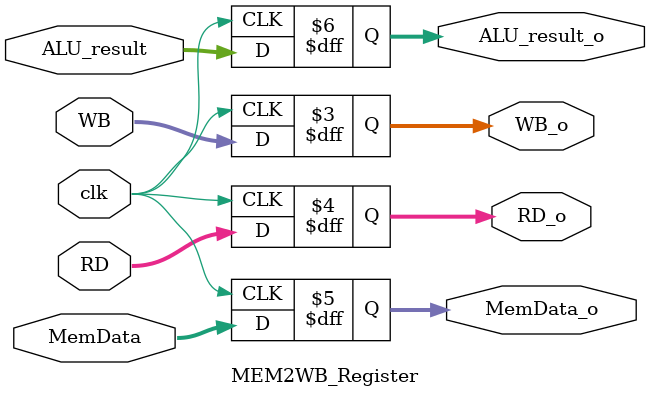
<source format=v>
module MEM2WB_Register(
	input clk,
	input [1:0]WB, //{RegWrite,MemToReg}
	input [4:0]RD,
	input [31:0]MemData,ALU_result,
	output reg [1:0]WB_o,
	output reg [4:0]RD_o,
	output reg [31:0]MemData_o,ALU_result_o);

initial begin
WB_o=0;
MemData_o=0;
ALU_result_o=0;
RD_o=0;
end

always @(posedge clk)begin

WB_o<=WB;
MemData_o<=MemData;
ALU_result_o<=ALU_result;
RD_o<=RD;

end
endmodule 

</source>
